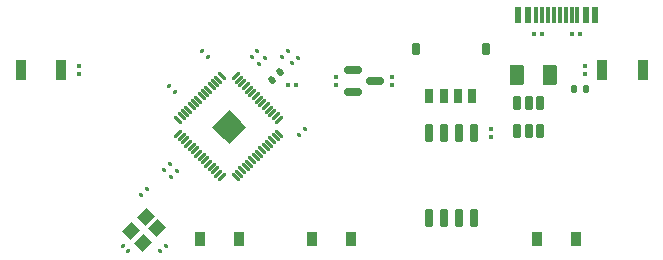
<source format=gbr>
%TF.GenerationSoftware,KiCad,Pcbnew,(6.0.10)*%
%TF.CreationDate,2023-03-18T11:22:51-05:00*%
%TF.ProjectId,Piggyback_2_0,50696767-7962-4616-936b-5f325f302e6b,rev?*%
%TF.SameCoordinates,Original*%
%TF.FileFunction,Paste,Bot*%
%TF.FilePolarity,Positive*%
%FSLAX46Y46*%
G04 Gerber Fmt 4.6, Leading zero omitted, Abs format (unit mm)*
G04 Created by KiCad (PCBNEW (6.0.10)) date 2023-03-18 11:22:51*
%MOMM*%
%LPD*%
G01*
G04 APERTURE LIST*
G04 Aperture macros list*
%AMRoundRect*
0 Rectangle with rounded corners*
0 $1 Rounding radius*
0 $2 $3 $4 $5 $6 $7 $8 $9 X,Y pos of 4 corners*
0 Add a 4 corners polygon primitive as box body*
4,1,4,$2,$3,$4,$5,$6,$7,$8,$9,$2,$3,0*
0 Add four circle primitives for the rounded corners*
1,1,$1+$1,$2,$3*
1,1,$1+$1,$4,$5*
1,1,$1+$1,$6,$7*
1,1,$1+$1,$8,$9*
0 Add four rect primitives between the rounded corners*
20,1,$1+$1,$2,$3,$4,$5,0*
20,1,$1+$1,$4,$5,$6,$7,0*
20,1,$1+$1,$6,$7,$8,$9,0*
20,1,$1+$1,$8,$9,$2,$3,0*%
%AMRotRect*
0 Rectangle, with rotation*
0 The origin of the aperture is its center*
0 $1 length*
0 $2 width*
0 $3 Rotation angle, in degrees counterclockwise*
0 Add horizontal line*
21,1,$1,$2,0,0,$3*%
G04 Aperture macros list end*
%ADD10C,0.010000*%
%ADD11R,0.900000X1.700000*%
%ADD12RoundRect,0.079500X-0.100500X0.079500X-0.100500X-0.079500X0.100500X-0.079500X0.100500X0.079500X0*%
%ADD13RotRect,1.150000X1.000000X45.000000*%
%ADD14RoundRect,0.079500X-0.014849X0.127279X-0.127279X0.014849X0.014849X-0.127279X0.127279X-0.014849X0*%
%ADD15RoundRect,0.079500X0.100500X-0.079500X0.100500X0.079500X-0.100500X0.079500X-0.100500X-0.079500X0*%
%ADD16RoundRect,0.079500X0.014849X-0.127279X0.127279X-0.014849X-0.014849X0.127279X-0.127279X0.014849X0*%
%ADD17RoundRect,0.150000X-0.587500X-0.150000X0.587500X-0.150000X0.587500X0.150000X-0.587500X0.150000X0*%
%ADD18RoundRect,0.135000X-0.135000X-0.185000X0.135000X-0.185000X0.135000X0.185000X-0.135000X0.185000X0*%
%ADD19RoundRect,0.125000X-0.250000X-0.475000X0.250000X-0.475000X0.250000X0.475000X-0.250000X0.475000X0*%
%ADD20RoundRect,0.100000X-0.250000X-0.400000X0.250000X-0.400000X0.250000X0.400000X-0.250000X0.400000X0*%
%ADD21R,0.600000X1.450000*%
%ADD22R,0.300000X1.450000*%
%ADD23RoundRect,0.079500X0.127279X0.014849X0.014849X0.127279X-0.127279X-0.014849X-0.014849X-0.127279X0*%
%ADD24R,0.900000X1.200000*%
%ADD25RoundRect,0.150000X0.150000X-0.650000X0.150000X0.650000X-0.150000X0.650000X-0.150000X-0.650000X0*%
%ADD26RoundRect,0.006000X0.359210X-0.226274X-0.226274X0.359210X-0.359210X0.226274X0.226274X-0.359210X0*%
%ADD27RoundRect,0.020000X0.339411X0.226274X0.226274X0.339411X-0.339411X-0.226274X-0.226274X-0.339411X0*%
%ADD28RoundRect,0.250000X0.375000X0.625000X-0.375000X0.625000X-0.375000X-0.625000X0.375000X-0.625000X0*%
%ADD29RoundRect,0.079500X-0.079500X-0.100500X0.079500X-0.100500X0.079500X0.100500X-0.079500X0.100500X0*%
%ADD30RoundRect,0.150000X0.150000X-0.475000X0.150000X0.475000X-0.150000X0.475000X-0.150000X-0.475000X0*%
%ADD31RoundRect,0.079500X0.079500X0.100500X-0.079500X0.100500X-0.079500X-0.100500X0.079500X-0.100500X0*%
%ADD32RoundRect,0.140000X0.021213X-0.219203X0.219203X-0.021213X-0.021213X0.219203X-0.219203X0.021213X0*%
G04 APERTURE END LIST*
%TO.C,U1*%
G36*
X101398429Y-80962500D02*
G01*
X100012500Y-82348429D01*
X98626571Y-80962500D01*
X100012500Y-79576571D01*
X101398429Y-80962500D01*
G37*
D10*
X101398429Y-80962500D02*
X100012500Y-82348429D01*
X98626571Y-80962500D01*
X100012500Y-79576571D01*
X101398429Y-80962500D01*
%TD*%
D11*
%TO.C,SWR1*%
X82437500Y-76200000D03*
X85837500Y-76200000D03*
%TD*%
D12*
%TO.C,R8*%
X130175000Y-76545000D03*
X130175000Y-75855000D03*
%TD*%
D13*
%TO.C,Y1*%
X91755057Y-89817494D03*
X92992494Y-88580057D03*
X93982443Y-89570006D03*
X92745006Y-90807443D03*
%TD*%
D14*
%TO.C,C8*%
X94556048Y-84643952D03*
X95043952Y-84156048D03*
%TD*%
D15*
%TO.C,R3*%
X87312500Y-76545000D03*
X87312500Y-75855000D03*
%TD*%
D16*
%TO.C,C5*%
X103043952Y-75162298D03*
X102556048Y-75650202D03*
%TD*%
%TO.C,R4*%
X105043952Y-74556048D03*
X104556048Y-75043952D03*
%TD*%
D17*
%TO.C,U2*%
X110556434Y-78068198D03*
X110556434Y-76168198D03*
X112431434Y-77118198D03*
%TD*%
D18*
%TO.C,R7*%
X129269076Y-77761833D03*
X130289076Y-77761833D03*
%TD*%
D16*
%TO.C,R6*%
X93112702Y-86274798D03*
X92624798Y-86762702D03*
%TD*%
D19*
%TO.C,EZ1*%
X117012500Y-78362500D03*
D20*
X121762500Y-74362500D03*
D19*
X118212500Y-78362500D03*
X119412500Y-78362500D03*
D20*
X115862500Y-74362500D03*
D19*
X120612500Y-78362500D03*
%TD*%
D15*
%TO.C,C16*%
X122233397Y-81148692D03*
X122233397Y-81838692D03*
%TD*%
D21*
%TO.C,J3*%
X124543750Y-71513750D03*
X125343750Y-71513750D03*
D22*
X126543750Y-71513750D03*
X127543750Y-71513750D03*
X128043750Y-71513750D03*
X129043750Y-71513750D03*
D21*
X130243750Y-71513750D03*
X131043750Y-71513750D03*
X131043750Y-71513750D03*
X130243750Y-71513750D03*
D22*
X129543750Y-71513750D03*
X128543750Y-71513750D03*
X127043750Y-71513750D03*
X126043750Y-71513750D03*
D21*
X125343750Y-71513750D03*
X124543750Y-71513750D03*
%TD*%
D23*
%TO.C,C6*%
X91037298Y-91037298D03*
X91525202Y-91525202D03*
%TD*%
D24*
%TO.C,D1*%
X100868750Y-90487500D03*
X97568750Y-90487500D03*
%TD*%
%TO.C,D2*%
X110393750Y-90487500D03*
X107093750Y-90487500D03*
%TD*%
D12*
%TO.C,C2*%
X109112684Y-76773198D03*
X109112684Y-77463198D03*
%TD*%
D24*
%TO.C,D3*%
X129443750Y-90487500D03*
X126143750Y-90487500D03*
%TD*%
D25*
%TO.C,U4*%
X120779126Y-88728552D03*
X119509126Y-88728552D03*
X118239126Y-88728552D03*
X116969126Y-88728552D03*
X116969126Y-81528552D03*
X118239126Y-81528552D03*
X119509126Y-81528552D03*
X120779126Y-81528552D03*
%TD*%
D26*
%TO.C,U1*%
X104279889Y-81552934D03*
X103997047Y-81835777D03*
X103714204Y-82118620D03*
X103431361Y-82401462D03*
X103148519Y-82684305D03*
X102865676Y-82967148D03*
X102582833Y-83249990D03*
X102299990Y-83532833D03*
X102017148Y-83815676D03*
X101734305Y-84098519D03*
X101451462Y-84381361D03*
X101168620Y-84664204D03*
X100885777Y-84947047D03*
X100602934Y-85229889D03*
D27*
X99422066Y-85229889D03*
X99139223Y-84947047D03*
X98856380Y-84664204D03*
X98573538Y-84381361D03*
X98290695Y-84098519D03*
X98007852Y-83815676D03*
X97725010Y-83532833D03*
X97442167Y-83249990D03*
X97159324Y-82967148D03*
X96876481Y-82684305D03*
X96593639Y-82401462D03*
X96310796Y-82118620D03*
X96027953Y-81835777D03*
X95745111Y-81552934D03*
D26*
X95745111Y-80372066D03*
X96027953Y-80089223D03*
X96310796Y-79806380D03*
X96593639Y-79523538D03*
X96876481Y-79240695D03*
X97159324Y-78957852D03*
X97442167Y-78675010D03*
X97725010Y-78392167D03*
X98007852Y-78109324D03*
X98290695Y-77826481D03*
X98573538Y-77543639D03*
X98856380Y-77260796D03*
X99139223Y-76977953D03*
X99422066Y-76695111D03*
D27*
X100602934Y-76695111D03*
X100885777Y-76977953D03*
X101168620Y-77260796D03*
X101451462Y-77543639D03*
X101734305Y-77826481D03*
X102017148Y-78109324D03*
X102299990Y-78392167D03*
X102582833Y-78675010D03*
X102865676Y-78957852D03*
X103148519Y-79240695D03*
X103431361Y-79523538D03*
X103714204Y-79806380D03*
X103997047Y-80089223D03*
X104279889Y-80372066D03*
%TD*%
D23*
%TO.C,C10*%
X95443952Y-78043952D03*
X94956048Y-77556048D03*
%TD*%
D16*
%TO.C,C3*%
X102443952Y-74556048D03*
X101956048Y-75043952D03*
%TD*%
D28*
%TO.C,F1*%
X127212500Y-76562500D03*
X124412500Y-76562500D03*
%TD*%
D11*
%TO.C,SWR2*%
X131650000Y-76200000D03*
X135050000Y-76200000D03*
%TD*%
D12*
%TO.C,C1*%
X113875184Y-76773198D03*
X113875184Y-77463198D03*
%TD*%
D29*
%TO.C,C7*%
X105055000Y-77400000D03*
X105745000Y-77400000D03*
%TD*%
D14*
%TO.C,C15*%
X94212298Y-91525202D03*
X94700202Y-91037298D03*
%TD*%
D16*
%TO.C,R5*%
X105368548Y-75606452D03*
X105856452Y-75118548D03*
%TD*%
D29*
%TO.C,R1*%
X125861250Y-73125000D03*
X126551250Y-73125000D03*
%TD*%
D16*
%TO.C,C12*%
X105956048Y-81643952D03*
X106443952Y-81156048D03*
%TD*%
D30*
%TO.C,U3*%
X126362500Y-81293198D03*
X125412500Y-81293198D03*
X124462500Y-81293198D03*
X124462500Y-78943198D03*
X125412500Y-78943198D03*
X126362500Y-78943198D03*
%TD*%
D31*
%TO.C,R2*%
X129726250Y-73125000D03*
X129036250Y-73125000D03*
%TD*%
D32*
%TO.C,C4*%
X103660589Y-77057609D03*
X104339411Y-76378787D03*
%TD*%
D14*
%TO.C,C9*%
X95643952Y-84756048D03*
X95156048Y-85243952D03*
%TD*%
D23*
%TO.C,C11*%
X97768548Y-74556048D03*
X98256452Y-75043952D03*
%TD*%
M02*

</source>
